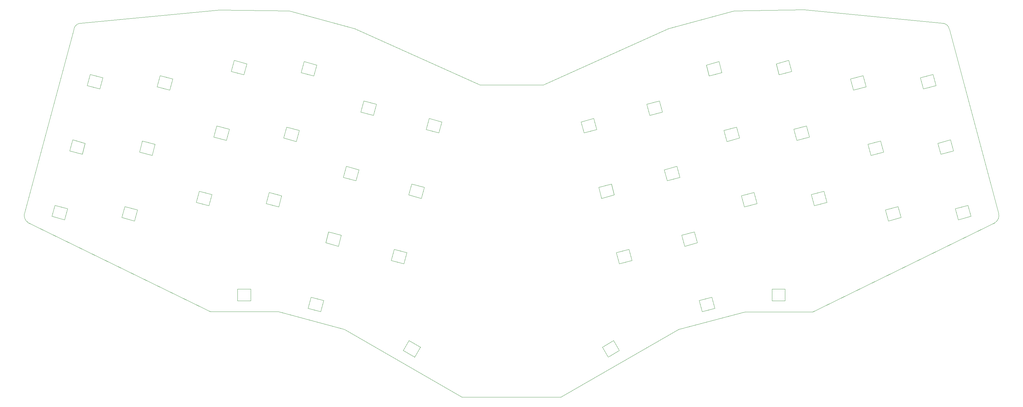
<source format=gm1>
G04 #@! TF.GenerationSoftware,KiCad,Pcbnew,8.0.4*
G04 #@! TF.CreationDate,2024-08-16T14:11:01+09:00*
G04 #@! TF.ProjectId,TrueStrike42,54727565-5374-4726-996b-6534322e6b69,rev?*
G04 #@! TF.SameCoordinates,Original*
G04 #@! TF.FileFunction,Profile,NP*
%FSLAX46Y46*%
G04 Gerber Fmt 4.6, Leading zero omitted, Abs format (unit mm)*
G04 Created by KiCad (PCBNEW 8.0.4) date 2024-08-16 14:11:01*
%MOMM*%
%LPD*%
G01*
G04 APERTURE LIST*
G04 #@! TA.AperFunction,Profile*
%ADD10C,0.050000*%
G04 #@! TD*
G04 #@! TA.AperFunction,Profile*
%ADD11C,0.120000*%
G04 #@! TD*
G04 APERTURE END LIST*
D10*
X285391184Y-89144006D02*
X271525607Y-37422720D01*
X25513629Y-37422720D02*
G75*
G02*
X27349675Y-35670405I2086011J-347640D01*
G01*
X233139573Y-116870402D02*
X284289577Y-91820408D01*
X269689562Y-35670413D02*
X230639572Y-31870405D01*
X12739563Y-91820401D02*
X63839569Y-116820406D01*
X230639572Y-31870405D02*
X210989570Y-32220397D01*
X101539572Y-121820415D02*
X134589578Y-140870408D01*
X139639578Y-52997879D02*
X104439565Y-37170406D01*
X104439565Y-37170406D02*
X86039559Y-32220406D01*
X195439562Y-121820401D02*
X214039568Y-116870408D01*
X285391184Y-89144006D02*
G75*
G02*
X284289586Y-91820422I-2401684J-576394D01*
G01*
X269689562Y-35670413D02*
G75*
G02*
X271525557Y-37422728I-249862J-2099787D01*
G01*
X214039568Y-116870408D02*
X233139573Y-116870402D01*
X157439556Y-52997883D02*
X139639578Y-52997879D01*
X162339576Y-140870401D02*
X195439562Y-121820401D01*
X210989570Y-32220397D02*
X192589562Y-37170411D01*
X12739563Y-91820401D02*
G75*
G02*
X11637958Y-89144017I1300037J2100001D01*
G01*
X25513629Y-37422720D02*
X11637951Y-89144015D01*
X134589578Y-140870408D02*
X162339576Y-140870401D01*
X86039559Y-32220406D02*
X66439568Y-31920407D01*
X82989566Y-116820404D02*
X101539572Y-121820415D01*
X66439568Y-31920407D02*
X27349675Y-35670408D01*
X192589562Y-37170411D02*
X157439556Y-52997883D01*
X63839569Y-116820406D02*
X82989566Y-116820404D01*
D11*
X192199740Y-79984877D02*
X191366342Y-76874596D01*
X194920948Y-75922143D02*
X191366342Y-76874596D01*
X194920948Y-75922143D02*
X195754346Y-79032424D01*
X195754346Y-79032424D02*
X192199740Y-79984877D01*
X29227049Y-53176794D02*
X30060447Y-50066513D01*
X29227049Y-53176794D02*
X32781655Y-54129247D01*
X30060447Y-50066513D02*
X33615053Y-51018966D01*
X33615053Y-51018966D02*
X32781655Y-54129247D01*
X114657487Y-102363814D02*
X115490885Y-99253533D01*
X114657487Y-102363814D02*
X118212093Y-103316267D01*
X115490885Y-99253533D02*
X119045491Y-100205986D01*
X119045491Y-100205986D02*
X118212093Y-103316267D01*
X186435829Y-58473724D02*
X189990435Y-57521271D01*
X187269227Y-61584005D02*
X186435829Y-58473724D01*
X187269227Y-61584005D02*
X190823833Y-60631552D01*
X189990435Y-57521271D02*
X190823833Y-60631552D01*
X96256607Y-97433319D02*
X97090005Y-94323038D01*
X96256607Y-97433319D02*
X99811213Y-98385772D01*
X97090005Y-94323038D02*
X100644611Y-95275491D01*
X100644611Y-95275491D02*
X99811213Y-98385772D01*
X43930066Y-71907969D02*
X44763464Y-68797688D01*
X47484672Y-72860422D02*
X43930066Y-71907969D01*
X48318070Y-69750141D02*
X44763464Y-68797688D01*
X48318070Y-69750141D02*
X47484672Y-72860422D01*
X222826727Y-47079310D02*
X226381333Y-46126857D01*
X223660125Y-50189591D02*
X222826727Y-47079310D01*
X223660125Y-50189591D02*
X227214731Y-49237138D01*
X226381333Y-46126857D02*
X227214731Y-49237138D01*
X59865696Y-86038910D02*
X60699094Y-82928629D01*
X59865696Y-86038910D02*
X63420302Y-86991363D01*
X60699094Y-82928629D02*
X64253700Y-83881082D01*
X64253700Y-83881082D02*
X63420302Y-86991363D01*
X19366054Y-89978573D02*
X20199452Y-86868292D01*
X19366054Y-89978573D02*
X22920660Y-90931026D01*
X20199452Y-86868292D02*
X23754058Y-87820745D01*
X23754058Y-87820745D02*
X22920660Y-90931026D01*
X228590633Y-68590473D02*
X227757235Y-65480192D01*
X231311841Y-64527739D02*
X227757235Y-65480192D01*
X231311841Y-64527739D02*
X232145239Y-67638020D01*
X232145239Y-67638020D02*
X228590633Y-68590473D01*
X177895945Y-100205987D02*
X181450551Y-99253534D01*
X178729343Y-103316268D02*
X177895945Y-100205987D01*
X178729343Y-103316268D02*
X182283949Y-102363815D01*
X181450551Y-99253534D02*
X182283949Y-102363815D01*
X91326094Y-115834205D02*
X92159492Y-112723924D01*
X94880700Y-116786658D02*
X91326094Y-115834205D01*
X95714098Y-113676377D02*
X92159492Y-112723924D01*
X95714098Y-113676377D02*
X94880700Y-116786658D01*
X269090283Y-72530131D02*
X268256885Y-69419850D01*
X271811491Y-68467397D02*
X268256885Y-69419850D01*
X271811491Y-68467397D02*
X272644889Y-71577678D01*
X272644889Y-71577678D02*
X269090283Y-72530131D01*
X196296847Y-95275495D02*
X199851453Y-94323042D01*
X197130245Y-98385776D02*
X196296847Y-95275495D01*
X197130245Y-98385776D02*
X200684851Y-97433323D01*
X199851453Y-94323042D02*
X200684851Y-97433323D01*
X213054224Y-84211357D02*
X216608830Y-83258904D01*
X213887622Y-87321638D02*
X213054224Y-84211357D01*
X213887622Y-87321638D02*
X217442228Y-86369185D01*
X216608830Y-83258904D02*
X217442228Y-86369185D01*
X202060732Y-116786667D02*
X201227334Y-113676386D01*
X204781940Y-112723933D02*
X201227334Y-113676386D01*
X204781940Y-112723933D02*
X205615338Y-115834214D01*
X205615338Y-115834214D02*
X202060732Y-116786667D01*
X175583905Y-129559159D02*
X173973905Y-126770557D01*
X177160879Y-124930557D02*
X173973905Y-126770557D01*
X177160879Y-124930557D02*
X178770879Y-127719159D01*
X178770879Y-127719159D02*
X175583905Y-129559159D01*
X24296560Y-71577671D02*
X25129958Y-68467390D01*
X27851166Y-72530124D02*
X24296560Y-71577671D01*
X28684564Y-69419843D02*
X25129958Y-68467390D01*
X28684564Y-69419843D02*
X27851166Y-72530124D01*
X38999568Y-90308841D02*
X39832966Y-87198560D01*
X38999568Y-90308841D02*
X42554174Y-91261294D01*
X39832966Y-87198560D02*
X43387572Y-88151013D01*
X43387572Y-88151013D02*
X42554174Y-91261294D01*
X84429724Y-67968296D02*
X85263122Y-64858015D01*
X87984330Y-68920749D02*
X84429724Y-67968296D01*
X88817728Y-65810468D02*
X85263122Y-64858015D01*
X88817728Y-65810468D02*
X87984330Y-68920749D01*
X249456770Y-72860403D02*
X248623372Y-69750122D01*
X252177978Y-68797669D02*
X248623372Y-69750122D01*
X252177978Y-68797669D02*
X253011376Y-71907950D01*
X253011376Y-71907950D02*
X249456770Y-72860403D01*
X221651147Y-113692916D02*
X221651147Y-110472916D01*
X225331147Y-110472916D02*
X221651147Y-110472916D01*
X225331147Y-110472916D02*
X225331147Y-113692916D01*
X225331147Y-113692916D02*
X221651147Y-113692916D01*
X79499224Y-86369191D02*
X80332622Y-83258910D01*
X79499224Y-86369191D02*
X83053830Y-87321644D01*
X80332622Y-83258910D02*
X83887228Y-84211363D01*
X83887228Y-84211363D02*
X83053830Y-87321644D01*
X173798839Y-84915392D02*
X172965441Y-81805111D01*
X176520047Y-80852658D02*
X172965441Y-81805111D01*
X176520047Y-80852658D02*
X177353445Y-83962939D01*
X177353445Y-83962939D02*
X173798839Y-84915392D01*
X69726708Y-49237124D02*
X70560106Y-46126843D01*
X69726708Y-49237124D02*
X73281314Y-50189577D01*
X70560106Y-46126843D02*
X74114712Y-47079296D01*
X74114712Y-47079296D02*
X73281314Y-50189577D01*
X89360224Y-49567423D02*
X90193622Y-46457142D01*
X89360224Y-49567423D02*
X92914830Y-50519876D01*
X90193622Y-46457142D02*
X93748228Y-47409595D01*
X93748228Y-47409595D02*
X92914830Y-50519876D01*
X124518496Y-65562039D02*
X125351894Y-62451758D01*
X124518496Y-65562039D02*
X128073102Y-66514492D01*
X125351894Y-62451758D02*
X128906500Y-63404211D01*
X128906500Y-63404211D02*
X128073102Y-66514492D01*
X232687732Y-83881076D02*
X236242338Y-82928623D01*
X233521130Y-86991357D02*
X232687732Y-83881076D01*
X233521130Y-86991357D02*
X237075736Y-86038904D01*
X236242338Y-82928623D02*
X237075736Y-86038904D01*
X208957114Y-68920754D02*
X208123716Y-65810473D01*
X211678322Y-64858020D02*
X208123716Y-65810473D01*
X211678322Y-64858020D02*
X212511720Y-67968301D01*
X212511720Y-67968301D02*
X208957114Y-68920754D01*
X273187381Y-87820736D02*
X276741987Y-86868283D01*
X274020779Y-90931017D02*
X273187381Y-87820736D01*
X274020779Y-90931017D02*
X277575385Y-89978564D01*
X276741987Y-86868283D02*
X277575385Y-89978564D01*
X243692868Y-51349250D02*
X247247474Y-50396797D01*
X244526266Y-54459531D02*
X243692868Y-51349250D01*
X244526266Y-54459531D02*
X248080872Y-53507078D01*
X247247474Y-50396797D02*
X248080872Y-53507078D01*
X203193215Y-47409592D02*
X206747821Y-46457139D01*
X204026613Y-50519873D02*
X203193215Y-47409592D01*
X204026613Y-50519873D02*
X207581219Y-49567420D01*
X206747821Y-46457139D02*
X207581219Y-49567420D01*
X119587990Y-83962931D02*
X120421388Y-80852650D01*
X123142596Y-84915384D02*
X119587990Y-83962931D01*
X123975994Y-81805103D02*
X120421388Y-80852650D01*
X123975994Y-81805103D02*
X123142596Y-84915384D01*
X263326377Y-51018970D02*
X266880983Y-50066517D01*
X264159775Y-54129251D02*
X263326377Y-51018970D01*
X264159775Y-54129251D02*
X267714381Y-53176798D01*
X266880983Y-50066517D02*
X267714381Y-53176798D01*
X253553871Y-88151026D02*
X257108477Y-87198573D01*
X254387269Y-91261307D02*
X253553871Y-88151026D01*
X254387269Y-91261307D02*
X257941875Y-90308854D01*
X257108477Y-87198573D02*
X257941875Y-90308854D01*
X48860582Y-53507067D02*
X49693980Y-50396786D01*
X48860582Y-53507067D02*
X52415188Y-54459520D01*
X49693980Y-50396786D02*
X53248586Y-51349239D01*
X53248586Y-51349239D02*
X52415188Y-54459520D01*
X101187119Y-79032433D02*
X102020517Y-75922152D01*
X104741725Y-79984886D02*
X101187119Y-79032433D01*
X105575123Y-76874605D02*
X102020517Y-75922152D01*
X105575123Y-76874605D02*
X104741725Y-79984886D01*
X64796206Y-67638018D02*
X65629604Y-64527737D01*
X68350812Y-68590471D02*
X64796206Y-67638018D01*
X69184210Y-65480190D02*
X65629604Y-64527737D01*
X69184210Y-65480190D02*
X68350812Y-68590471D01*
X168034947Y-63404210D02*
X171589553Y-62451757D01*
X168868345Y-66514491D02*
X168034947Y-63404210D01*
X168868345Y-66514491D02*
X172422951Y-65562038D01*
X171589553Y-62451757D02*
X172422951Y-65562038D01*
X71510299Y-113692900D02*
X71510299Y-110472900D01*
X75190299Y-110472900D02*
X71510299Y-110472900D01*
X75190299Y-110472900D02*
X75190299Y-113692900D01*
X75190299Y-113692900D02*
X71510299Y-113692900D01*
X106117595Y-60631545D02*
X106950993Y-57521264D01*
X106117595Y-60631545D02*
X109672201Y-61583998D01*
X106950993Y-57521264D02*
X110505599Y-58473717D01*
X110505599Y-58473717D02*
X109672201Y-61583998D01*
X118070557Y-127719159D02*
X119680557Y-124930557D01*
X121257531Y-129559159D02*
X118070557Y-127719159D01*
X122867531Y-126770557D02*
X119680557Y-124930557D01*
X122867531Y-126770557D02*
X121257531Y-129559159D01*
M02*

</source>
